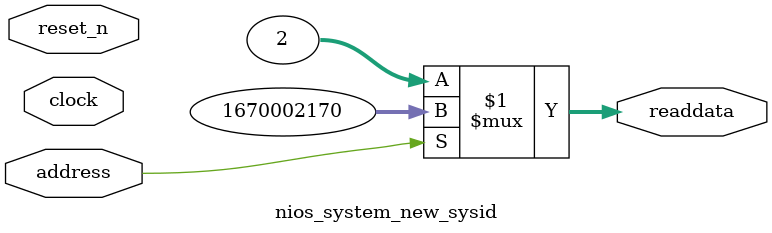
<source format=v>



// synthesis translate_off
`timescale 1ns / 1ps
// synthesis translate_on

// turn off superfluous verilog processor warnings 
// altera message_level Level1 
// altera message_off 10034 10035 10036 10037 10230 10240 10030 

module nios_system_new_sysid (
               // inputs:
                address,
                clock,
                reset_n,

               // outputs:
                readdata
             )
;

  output  [ 31: 0] readdata;
  input            address;
  input            clock;
  input            reset_n;

  wire    [ 31: 0] readdata;
  //control_slave, which is an e_avalon_slave
  assign readdata = address ? 1670002170 : 2;

endmodule



</source>
